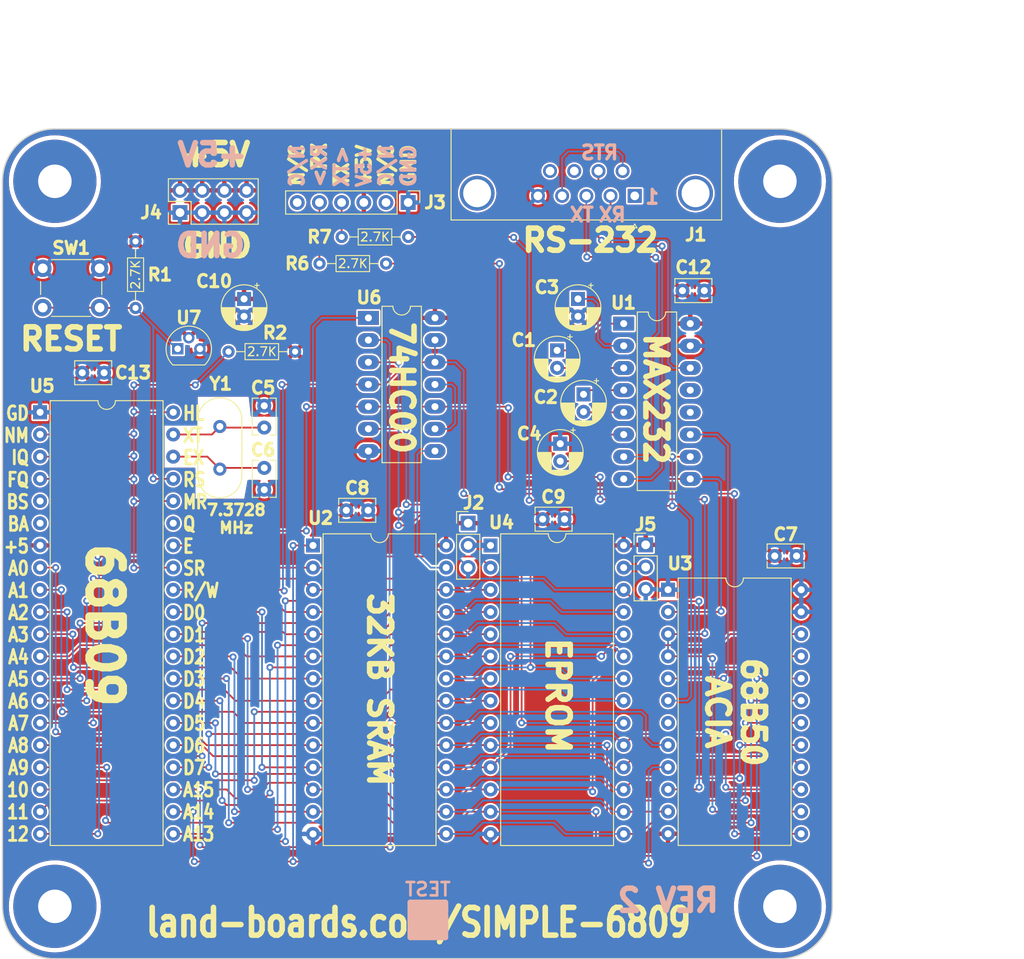
<source format=kicad_pcb>
(kicad_pcb (version 20221018) (generator pcbnew)
  (title_block (title "SIMPLE-6809") (date "2023-03-01") (rev "2") (company "land-boards.com"))
  (layers (0 "F.Cu" signal) (31 "B.Cu" signal) (34 "B.Paste" user) (35 "F.Paste" user) (36 "B.SilkS" user "B.Silkscreen") (37 "F.SilkS" user "F.Silkscreen") (38 "B.Mask" user) (39 "F.Mask" user) (44 "Edge.Cuts" user))
  (net 0 "")
  (net 1 "GND")
  (net 2 "/CPUA11")
  (net 3 "/CPUA12")
  (net 4 "/CPUA13")
  (net 5 "/CPUA14")
  (net 6 "/CPUA15")
  (net 7 "/CPUD4")
  (net 8 "/CPUD3")
  (net 9 "/CPUD5")
  (net 10 "/CPUD6")
  (net 11 "/CPUA0")
  (net 12 "/CPUA1")
  (net 13 "/CPUD2")
  (net 14 "/CPUA2")
  (net 15 "/CPUD7")
  (net 16 "/CPUA3")
  (net 17 "/CPUD0")
  (net 18 "/CPUA4")
  (net 19 "/CPUD1")
  (net 20 "/CPUA5")
  (net 21 "/CPUA6")
  (net 22 "/CPUA7")
  (net 23 "/CPUA8")
  (net 24 "/CPUA9")
  (net 25 "/CPUA10")
  (net 26 "VCC")
  (net 27 "/~{CPURESB}")
  (net 28 "Net-(U1-C1+)")
  (net 29 "Net-(U1-C1-)")
  (net 30 "Net-(U1-C2+)")
  (net 31 "Net-(U1-C2-)")
  (net 32 "Net-(U1-VS+)")
  (net 33 "Net-(U1-VS-)")
  (net 34 "Net-(U5-XTAL)")
  (net 35 "Net-(U5-EXTAL)")
  (net 36 "/CPUEN")
  (net 37 "/UART_RX")
  (net 38 "/UART_TX")
  (net 40 "Net-(J3-RX>)")
  (net 41 "/READ*")
  (net 42 "/WRITE*")
  (net 43 "/R1W0")
  (net 44 "/TOP16K*")
  (net 45 "Net-(J3-TX<)")
  (net 47 "Net-(U5-MRDY)")
  (net 48 "/UART_RTS")
  (net 49 "/W1R0")
  (net 51 "Net-(J1-Pad4)")
  (net 58 "/RS_RX")
  (net 59 "/RS_TX")
  (net 60 "/RS_RTS*")
  (net 61 "/EE_PIN27")
  (net 63 "/EE_PIN1")
  (footprint "Connector_Dsub:DSUB-9_Male_Horizontal_P2.77x2.84mm_EdgePinOffset4.94mm_Housed_MountingHolesOffset7.48mm" (layer "F.Cu") (at 161.181 52.016 180)
    (fp_text reference "J1")
    (fp_text value "DB9_Male")
  )
  (footprint "Package_DIP:DIP-16_W7.62mm_LongPads" (layer "F.Cu") (at 159.916 66.641)
    (fp_text reference "U1")
    (fp_text value "MAX232")
  )
  (footprint "Package_TO_SOT_THT:TO-92" (layer "F.Cu") (at 108.862 69.526)
    (fp_text reference "U7")
    (fp_text value "DS1813-5")
  )
  (footprint "Capacitor_THT:C_Rect_L4.0mm_W2.5mm_P2.50mm" (layer "F.Cu") (at 130.663 88.011 180)
    (fp_text reference "C8")
    (fp_text value "0.1uF")
  )
  (footprint "Resistor_THT:R_Axial_DIN0204_L3.6mm_D1.6mm_P7.62mm_Horizontal" (layer "F.Cu") (at 104.036 57.228 -90)
    (fp_text reference "R1")
    (fp_text value "2.7K")
  )
  (footprint "Capacitor_THT:C_Rect_L4.0mm_W2.5mm_P2.50mm" (layer "F.Cu") (at 100.437 72.263 180)
    (fp_text reference "C13")
    (fp_text value "0.1uF")
  )
  (footprint "LandBoards_MountHoles:MTG-6-32" (layer "F.Cu") (at 94.8 50.35)
    (fp_text reference "MTG1" hide)
    (fp_text value "MTG_HOLE" hide)
  )
  (footprint "Capacitor_THT:C_Rect_L4.0mm_W2.5mm_P2.50mm" (layer "F.Cu") (at 118.768 83.156 -90)
    (fp_text reference "C6")
    (fp_text value "8pF")
  )
  (footprint "Resistor_THT:R_Axial_DIN0204_L3.6mm_D1.6mm_P7.62mm_Horizontal" (layer "F.Cu") (at 122.301 69.85 180)
    (fp_text reference "R2")
    (fp_text value "2.7K")
  )
  (footprint "Package_DIP:DIP-40_W15.24mm" (layer "F.Cu") (at 93.109 76.791)
    (fp_text reference "U5")
    (fp_text value "MC68B09")
  )
  (footprint "Connector_PinHeader_2.54mm:PinHeader_2x04_P2.54mm_Vertical" (layer "F.Cu") (at 109.126 53.931 90)
    (fp_text reference "J4")
    (fp_text value "HEADER, STRT, 2X4")
  )
  (footprint "Capacitor_THT:C_Rect_L4.0mm_W2.5mm_P2.50mm" (layer "F.Cu") (at 153.142 89.027 180)
    (fp_text reference "C9")
    (fp_text value "0.1uF")
  )
  (footprint "Package_DIP:DIP-28_W15.24mm" (layer "F.Cu") (at 124.351 92.036)
    (fp_text reference "U2")
    (fp_text value "AS6C62256-55PCN")
  )
  (footprint "Capacitor_THT:CP_Radial_D5.0mm_P2.00mm" (layer "F.Cu") (at 152.296 69.706 -90)
    (fp_text reference "C1")
    (fp_text value "1uF")
  )
  (footprint "Capacitor_THT:C_Rect_L4.0mm_W2.5mm_P2.50mm" (layer "F.Cu") (at 118.768 78.544 90)
    (fp_text reference "C5")
    (fp_text value "8pF")
  )
  (footprint "Package_DIP:DIP-24_W15.24mm" (layer "F.Cu") (at 164.996 97.101)
    (fp_text reference "U3")
    (fp_text value "MC68B50")
  )
  (footprint "Capacitor_THT:CP_Radial_D5.0mm_P2.00mm" (layer "F.Cu") (at 155.321 74.736888 -90)
    (fp_text reference "C2")
    (fp_text value "1uF")
  )
  (footprint "Capacitor_THT:C_Rect_L4.0mm_W2.5mm_P2.50mm" (layer "F.Cu") (at 169.144 62.865 180)
    (fp_text reference "C12")
    (fp_text value "0.1uF")
  )
  (footprint "LandBoards_MountHoles:MTG-6-32" (layer "F.Cu") (at 94.8 133.35)
    (fp_text reference "MTG3" hide)
    (fp_text value "MTG_HOLE" hide)
  )
  (footprint "Connector_PinHeader_2.54mm:PinHeader_1x06_P2.54mm_Vertical" (layer "F.Cu") (at 135.246 52.776 -90)
    (fp_text reference "J3")
    (fp_text value "HEADER, STRT, 1X6")
  )
  (footprint "LandBoards_Marking:TEST_BLK-REAR" (layer "F.Cu") (at 137.5 134.9)
    (fp_text reference "TEST")
    (fp_text value "COUPON" hide)
  )
  (footprint "Package_DIP:DIP-28_W15.24mm" (layer "F.Cu") (at 144.671 92.036)
    (fp_text reference "U4")
    (fp_text value "27C512")
  )
  (footprint "Button_Switch_THT:SW_PUSH_6mm_H8.5mm" (layer "F.Cu") (at 93.42 60.312)
    (fp_text reference "SW1")
    (fp_text value "PUSHBUTTON, 6MM")
  )
  (footprint "Package_DIP:DIP-14_W7.62mm_LongPads" (layer "F.Cu") (at 130.691 65.986)
    (fp_text reference "U6")
    (fp_text value "74HC00")
  )
  (footprint "LandBoards_MountHoles:MTG-6-32" (layer "F.Cu") (at 177.8 50.35)
    (fp_text reference "MTG4" hide)
    (fp_text value "MTG_HOLE" hide)
  )
  (footprint "Resistor_THT:R_Axial_DIN0204_L3.6mm_D1.6mm_P7.62mm_Horizontal" (layer "F.Cu") (at 135.255 56.72 180)
    (fp_text reference "R7")
    (fp_text value "2.7K")
  )
  (footprint "Connector_PinHeader_2.54mm:PinHeader_1x03_P2.54mm_Vertical" (layer "F.Cu") (at 162.433 91.963)
    (fp_text reference "J5")
    (fp_text value "JUMPER, EEP (1X3)")
  )
  (footprint "LandBoards_MountHoles:MTG-6-32" (layer "F.Cu") (at 177.8 133.35)
    (fp_text reference "MTG2" hide)
    (fp_text value "MTG_HOLE" hide)
  )
  (footprint "Capacitor_THT:CP_Radial_D5.0mm_P2.00mm" (layer "F.Cu") (at 116.459 63.814888 -90)
    (fp_text reference "C10")
    (fp_text value "47uF")
  )
  (footprint "Capacitor_THT:CP_Radial_D5.0mm_P2.00mm" (layer "F.Cu") (at 152.654 80.391 -90)
    (fp_text reference "C4")
    (fp_text value "1uF")
  )
  (footprint "Connector_PinHeader_2.54mm:PinHeader_1x03_P2.54mm_Vertical" (layer "F.Cu") (at 142.113 89.486)
    (fp_text reference "J2")
    (fp_text value "JUMPER, EEP (1X3)")
  )
  (footprint "Resistor_THT:R_Axial_DIN0204_L3.6mm_D1.6mm_P7.62mm_Horizontal" (layer "F.Cu") (at 132.715 59.768 180)
    (fp_text reference "R6")
    (fp_text value "2.7K")
  )
  (footprint "Crystal:Crystal_HC49-4H_Vertical" (layer "F.Cu") (at 113.688 83.3 90)
    (fp_text reference "Y1")
    (fp_text value "7.3728 MHz")
  )
  (footprint "Capacitor_THT:C_Rect_L4.0mm_W2.5mm_P2.50mm" (layer "F.Cu") (at 179.705 93.236 180)
    (fp_text reference "C7")
    (fp_text value "0.1uF")
  )
  (footprint "Capacitor_THT:CP_Radial_D5.0mm_P2.00mm" (layer "F.Cu") (at 154.686 63.814888 -90)
    (fp_text reference "C3")
    (fp_text value "1uF")
  )
  (gr_line (start 183.8 133.35) (end 183.8 50.35) (stroke (width 0.15)) (layer "Edge.Cuts"))
  (gr_arc (start 183.8 133.35) (mid 182.042641 137.592641) (end 177.8 139.35) (stroke (width 0.15)) (layer "Edge.Cuts"))
  (gr_line (start 94.8 139.35) (end 177.8 139.35) (stroke (width 0.15)) (layer "Edge.Cuts"))
  (gr_arc (start 177.8 44.35) (mid 182.042641 46.107359) (end 183.8 50.35) (stroke (width 0.15)) (layer "Edge.Cuts"))
  (gr_arc (start 94.8 139.35) (mid 90.557359 137.592641) (end 88.8 133.35) (stroke (width 0.15)) (layer "Edge.Cuts"))
  (gr_arc (start 88.8 50.35) (mid 90.557359 46.107359) (end 94.8 44.35) (stroke (width 0.15)) (layer "Edge.Cuts"))
  (gr_line (start 88.8 50.35) (end 88.8 133.35) (stroke (width 0.15)) (layer "Edge.Cuts"))
  (gr_line (start 177.8 44.35) (end 94.8 44.35) (stroke (width 0.15)) (layer "Edge.Cuts"))
  (gr_text "RTS" (at 154.836 47.068) (layer "B.SilkS") (effects (font (size 1.5875 1.524) (thickness 0.381)) (justify right mirror)))
  (gr_text "+5V" (at 117.1 47.322) (layer "B.SilkS") (effects (font (size 2.54 2.54) (thickness 0.635)) (justify left mirror)))
  (gr_text "TX" (at 153.566 54.18) (layer "B.SilkS") (effects (font (size 1.5875 1.524) (thickness 0.381)) (justify right mirror)))
  (gr_text "REV 2" (at 158.9 132.666) (layer "B.SilkS") (effects (font (size 2.54 2.54) (thickness 0.635)) (justify right mirror)))
  (gr_text "N/C\nRX>\n<TX\n+5V\nN/C\nGND" (at 128.9 51.2 90) (layer "B.SilkS") (effects (font (size 1.5875 1.524) (thickness 0.381)) (justify right mirror)))
  (gr_text "RX" (at 156.868 54.18) (layer "B.SilkS") (effects (font (size 1.5875 1.524) (thickness 0.381)) (justify right mirror)))
  (gr_text "GND" (at 116.9 57.7) (layer "B.SilkS") (effects (font (size 2.54 2.54) (thickness 0.635)) (justify left mirror)))
  (gr_text "1" (at 162.202 52.148) (layer "B.SilkS") (effects (font (size 1.5875 1.524) (thickness 0.381)) (justify right mirror)))
  (gr_text "land-boards.com/SIMPLE-6809" (at 136.421 135.206) (layer "F.SilkS") (effects (font (size 3.175 2.54) (thickness 0.635))))
  (gr_text "32KB SRAM" (at 131.976 108.536 270) (layer "F.SilkS") (effects (font (size 2.54 2.54) (thickness 0.635))))
  (gr_text "7.3728\nMHz" (at 115.57 89) (layer "F.SilkS") (effects (font (size 1.27 1.27) (thickness 0.3175))))
  (gr_text "RS-232" (at 156.106 57.101) (layer "F.SilkS") (effects (font (size 2.54 2.54) (thickness 0.635))))
  (gr_text "GND" (at 109.116 57.736) (layer "F.SilkS") (effects (font (size 2.54 2.54) (thickness 0.635)) (justify left)))
  (gr_text "EPROM" (at 152.4 109.22 270) (layer "F.SilkS") (effects (font (size 2.54 2.54) (thickness 0.635))))
  (gr_text "MAX232" (at 163.599 75.262 270) (layer "F.SilkS") (effects (font (size 2.54 2.54) (thickness 0.635))))
  (gr_text "+5V" (at 108.9 47.3) (layer "F.SilkS") (effects (font (size 2.54 2.54) (thickness 0.635)) (justify left)))
  (gr_text "68B50\nACIA" (at 172.72 111.125 270) (layer "F.SilkS") (effects (font (size 2.54 2.54) (thickness 0.635))))
  (gr_text "HL\nXT\nEX\nRS\nMR\nQ\nE\nSR\nR/W\nD0\nD1\nD2\nD3\nD4\nD5\nD6\nD7\nA15\nA14\nA13" (at 109.3 101) (layer "F.SilkS") (effects (font (size 1.5748 1.27) (thickness 0.3175)) (justify left)))
  (gr_text "68B09" (at 100.48 101.17 270) (layer "F.SilkS") (effects (font (size 3.81 3.81) (thickness 0.9525))))
  (gr_text "N/C\n<RX\nTX>\n+5V\nN/C\nGND" (at 128.9 51.1 90) (layer "F.SilkS") (effects (font (size 1.5875 1.524) (thickness 0.381)) (justify left)))
  (gr_text "74HC00" (at 134.516 74 270) (layer "F.SilkS") (effects (font (size 2.54 2.54) (thickness 0.635))))
  (gr_text "RESET" (at 96.67 68.404) (layer "F.SilkS") (effects (font (size 2.54 2.54) (thickness 0.635))))
  (gr_text "GD\nNM\nIQ\nFQ\nBS\nBA\n+5\nA0\nA1\nA2\nA3\nA4\nA5\nA6\nA7\nA8\nA9\n10\n11\n12" (at 92 101) (layer "F.SilkS") (effects (font (size 1.5748 1.27) (thickness 0.3175)) (justify right)))
  (segment (start 142.113 94.566) (end 140.847 93.3) (width 0.2032) (layer "B.Cu") (net 1))
  (segment (start 114.45 119.966) (end 115.466 120.982) (width 0.2032) (layer "F.Cu") (net 2))
  (segment (start 112.164 121.236) (end 113.434 119.966) (width 0.2032) (layer "F.Cu") (net 2))
  (segment (start 94.384 121.236) (end 112.164 121.236) (width 0.2032) (layer "F.Cu") (net 2))
  (segment (start 93.109 122.511) (end 94.384 121.236) (width 0.2032) (layer "F.Cu") (net 2))
  (segment (start 133.49 104.736) (end 132.23 105.996) (width 0.2032) (layer "F.Cu") (net 2))
  (segment (start 113.434 119.966) (end 114.45 119.966) (width 0.2032) (layer "F.Cu") (net 2))
  (segment (start 132.23 105.996) (end 119.4215 105.996) (width 0.2032) (layer "F.Cu") (net 2))
  (segment (start 115.466 120.982) (end 118.805 120.982) (width 0.2032) (layer "F.Cu") (net 2))
  (segment (start 118.805 120.982) (end 119.4215 120.3655) (width 0.2032) (layer "F.Cu") (net 2))
  (segment (start 139.591 104.736) (end 133.49 104.736) (width 0.2032) (layer "F.Cu") (net 2))
  (via (at 119.4215 105.996) (size 0.8) (drill 0.4) (layers "F.Cu" "B.Cu") (net 2))
  (via (at 119.4215 120.3655) (size 0.8) (drill 0.4) (layers "F.Cu" "B.Cu") (net 2))
  (segment (start 143.334 103.456) (end 158.631 103.456) (width 0.2032) (layer "B.Cu") (net 2))
  (segment (start 158.631 103.456) (end 159.911 104.736) (width 0.2032) (layer "B.Cu") (net 2))
  (segment (start 119.4215 105.996) (end 119.4215 120.3655) (width 0.2032) (layer "B.Cu") (net 2))
  (segment (start 142.054 104.736) (end 143.334 103.456) (width 0.2032) (layer "B.Cu") (net 2))
  (segment (start 139.591 104.736) (end 142.054 104.736) (width 0.2032) (layer "B.Cu") (net 2))
  (segment (start 124.351 94.576) (end 111.92 94.576) (width 0.2032) (layer "F.Cu") (net 3))
  (segment (start 111.92 94.576) (end 110.64 93.296) (width 0.2032) (layer "F.Cu") (net 3))
  (segment (start 99.718 125.046) (end 99.713 125.051) (width 0.2032) (layer "F.Cu") (net 3))
  (segment (start 144.671 94.576) (end 143.391 93.296) (width 0.2032) (layer "F.Cu") (net 3))
  (segment (start 129.7 94.576) (end 124.351 94.576) (width 0.2032) (layer "F.Cu") (net 3))
  (segment (start 130.98 93.296) (end 129.7 94.576) (width 0.2032) (layer "F.Cu") (net 3))
  (segment (start 143.391 93.296) (end 130.98 93.296) (width 0.2032) (layer "F.Cu") (net 3))
  (segment (start 99.713 125.051) (end 93.109 125.051) (width 0.2032) (layer "F.Cu") (net 3))
  (segment (start 99.718 93.296) (end 110.64 93.296) (width 0.2032) (layer "F.Cu") (net 3))
  (via (at 99.718 125.046) (size 0.8) (drill 0.4) (layers "F.Cu" "B.Cu") (net 3))
  (via (at 99.718 93.296) (size 0.8) (drill 0.4) (layers "F.Cu" "B.Cu") (net 3))
  (segment (start 99.863511 124.900489) (end 99.718 125.046) (width 0.2032) (layer "B.Cu") (net 3))
  (segment (start 99.718 93.296) (end 99.863511 93.441511) (width 0.2032) (layer "B.Cu") (net 3))
  (segment (start 99.863511 93.441511) (end 99.863511 124.900489) (width 0.2032) (layer "B.Cu") (net 3))
  (segment (start 132.474 97.116) (end 131.214 98.376) (width 0.2032) (layer "F.Cu") (net 4))
  (segment (start 121.1995 125.9165) (end 120.4375 125.9165) (width 0.2032) (layer "F.Cu") (net 4))
  (segment (start 164.996 119.961) (end 168.303 119.961) (width 0.2032) (layer "F.Cu") (net 4))
  (segment (start 159.911 97.116) (end 161.22 98.425) (width 0.2032) (layer "F.Cu") (net 4))
  (segment (start 168.303 119.961) (end 168.552 119.712) (width 0.2032) (layer "F.Cu") (net 4))
  (segment (start 139.591 97.116) (end 132.474 97.116) (width 0.2032) (layer "F.Cu") (net 4))
  (segment (start 108.349 125.051) (end 119.572 125.051) (width 0.2032) (layer "F.Cu") (net 4))
  (segment (start 131.214 98.376) (end 121.181 98.376) (width 0.2032) (layer "F.Cu") (net 4))
  (segment (start 161.22 98.425) (end 168.529 98.425) (width 0.2032) (layer "F.Cu") (net 4))
  (segment (start 120.4375 125.9165) (end 119.572 125.051) (width 0.2032) (layer "F.Cu") (net 4))
  (via (at 121.181 98.376) (size 0.8) (drill 0.4) (layers "F.Cu" "B.Cu") (net 4))
  (via (at 168.529 98.425) (size 0.8) (drill 0.4) (layers "F.Cu" "B.Cu") (net 4))
  (via (at 121.1995 125.9165) (size 0.8) (drill 0.4) (layers "F.Cu" "B.Cu") (net 4))
  (via (at 168.552 119.712) (size 0.8) (drill 0.4) (layers "F.Cu" "B.Cu") (net 4))
  (segment (start 152.052 97.116) (end 150.772 95.836) (width 0.2032) (layer "B.Cu") (net 4))
  (segment (start 142.181 97.116) (end 139.591 97.116) (width 0.2032) (layer "B.Cu") (net 4))
  (segment (start 143.461 95.836) (end 142.181 97.116) (width 0.2032) (layer "B.Cu") (net 4))
  (segment (start 121.181 98.376) (end 121.181 125.9165) (width 0.2032) (layer "B.Cu") (net 4))
  (segment (start 159.911 97.116) (end 152.052 97.116) (width 0.2032) (layer "B.Cu") (net 4))
  (segment (start 150.772 95.836) (end 143.461 95.836) (width 0.2032) (layer "B.Cu") (net 4))
  (segment (start 168.529 102.062) (end 168.552 102.085) (width 0.2032) (layer "B.Cu") (net 4))
  (segment (start 168.552 119.712) (end 168.552 102.085) (width 0.2032) (layer "B.Cu") (net 4))
  (segment (start 168.529 98.425) (end 168.529 102.062) (width 0.2032) (layer "B.Cu") (net 4))
  (segment (start 110.635 122.511) (end 110.64 122.506) (width 0.2032) (layer "F.Cu") (net 5))
  (segment (start 122.07 92.036) (end 124.351 92.036) (width 0.2032) (layer "F.Cu") (net 5))
  (segment (start 162.607511 128.239511) (end 162.765 128.397) (width 0.2032) (layer "F.Cu") (net 5))
  (segment (start 110.767 128.221) (end 124.356 128.221) (width 0.2032) (layer "F.Cu") (net 5))
  (segment (start 124.356 128.221) (end 124.374511 128.239511) (width 0.2032) (layer "F.Cu") (net 5))
  (segment (start 108.349 122.511) (end 110.635 122.511) (width 0.2032) (layer "F.Cu") (net 5))
  (segment (start 124.374511 128.239511) (end 162.607511 128.239511) (width 0.2032) (layer "F.Cu") (net 5))
  (via (at 122.07 92.036) (size 0.8) (drill 0.4) (layers "F.Cu" "B.Cu") (net 5))
  (via (at 122.07 128.221) (size 0.8) (drill 0.4) (layers "F.Cu" "B.Cu") (net 5))
  (via (at 162.765 128.397) (size 0.8) (drill 0.4) (layers "F.Cu" "B.Cu") (net 5))
  (via (at 110.767 128.221) (size 0.8) (drill 0.4) (layers "F.Cu" "B.Cu") (net 5))
  (via (at 110.64 122.506) (size 0.8) (drill 0.4) (layers "F.Cu" "B.Cu") (net 5))
  (segment (start 122.07 92.0995) (end 122.07 128.2745) (width 0.2032) (layer "B.Cu") (net 5))
  (segment (start 162.765 117.905) (end 163.249 117.421) (width 0.2032) (layer "B.Cu") (net 5))
  (segment (start 125.367 65.986) (end 130.691 65.986) (width 0.2032) (layer "B.Cu") (net 5))
  (segment (start 164.996 117.421) (end 163.249 117.421) (width 0.2032) (layer "B.Cu") (net 5))
  (segment (start 110.64 122.506) (end 110.64 128.094) (width 0.2032) (layer "B.Cu") (net 5))
  (segment (start 124.351 92.036) (end 124.351 67.002) (width 0.2032) (layer "B.Cu") (net 5))
  (segment (start 110.64 128.094) (end 110.767 128.221) (width 0.2032) (layer "B.Cu") (net 5))
  (segment (start 124.351 67.002) (end 125.367 65.986) (width 0.2032) (layer "B.Cu") (net 5))
  (segment (start 162.765 128.397) (end 162.765 117.905) (width 0.2032) (layer "B.Cu") (net 5))
  (segment (start 111.397 119.971) (end 111.402 119.966) (width 0.2032) (layer "F.Cu") (net 6))
  (segment (start 111.656 126.57) (end 111.402 126.316) (width 0.2032) (layer "F.Cu") (net 6))
  (segment (start 108.349 119.971) (end 111.397 119.971) (width 0.2032) (layer "F.Cu") (net 6))
  (segment (start 133.223 112.356) (end 139.591 112.356) (width 0.2032) (layer "F.Cu") (net 6))
  (segment (start 133.174 126.57) (end 111.656 126.57) (width 0.2032) (layer "F.Cu") (net 6))
  (via (at 111.402 119.966) (size 0.8) (drill 0.4) (layers "F.Cu" "B.Cu") (net 6))
  (via (at 133.223 112.356) (size 0.8) (drill 0.4) (layers "F.Cu" "B.Cu") (net 6))
  (via (at 111.402 126.316) (size 0.8) (drill 0.4) (layers "F.Cu" "B.Cu") (net 6))
  (via (at 133.174 126.57) (size 0.8) (drill 0.4) (layers "F.Cu" "B.Cu") (net 6))
  (segment (start 111.402 126.316) (end 111.402 119.966) (width 0.2032) (layer "B.Cu") (net 6))
  (segment (start 132.733 68.526) (end 130.691 68.526) (width 0.2032) (layer "B.Cu") (net 6))
  (segment (start 133.223 112.356) (end 133.223 126.521) (width 0.2032) (layer "B.Cu") (net 6))
  (segment (start 163.213 114.881) (end 164.996 114.881) (width 0.2032) (layer "B.Cu") (net 6))
  (segment (start 139.591 112.356) (end 142.152 112.356) (width 0.2032) (layer "B.Cu") (net 6))
  (segment (start 133.119 112.252) (end 133.119 68.912) (width 0.2032) (layer "B.Cu") (net 6))
  (segment (start 133.119 112.252) (end 133.223 112.356) (width 0.2032) (layer "B.Cu") (net 6))
  (segment (start 162.456 111.584) (end 162.456 114.124) (width 0.2032) (layer "B.Cu") (net 6))
  (segment (start 133.119 68.912) (end 132.733 68.526) (width 0.2032) (layer "B.Cu") (net 6))
  (segment (start 133.223 126.521) (end 133.174 126.57) (width 0.2032) (layer "B.Cu") (net 6))
  (segment (start 142.152 112.356) (end 143.432 111.076) (width 0.2032) (layer "B.Cu") (net 6))
  (segment (start 162.456 114.124) (end 163.213 114.881) (width 0.2032) (layer "B.Cu") (net 6))
  (segment (start 143.432 111.076) (end 161.948 111.076) (width 0.2032) (layer "B.Cu") (net 6))
  (segment (start 161.948 111.076) (end 162.456 111.584) (width 0.2032) (layer "B.Cu") (net 6))
  (segment (start 114.45 121.744) (end 122.832 121.744) (width 0.2032) (layer "F.Cu") (net 7))
  (segment (start 161.176 122.516) (end 162.456 121.236) (width 0.2032) (layer "F.Cu") (net 7))
  (segment (start 123.34 121.236) (end 132.484 121.236) (width 0.2032) (layer "F.Cu") (net 7))
  (segment (start 122.832 121.744) (end 123.34 121.236) (width 0.2032) (layer "F.Cu") (net 7))
  (segment (start 113.683 109.811) (end 108.349 109.811) (width 0.2032) (layer "F.Cu") (net 7))
  (segment (start 113.942 121.236) (end 114.45 121.744) (width 0.2032) (layer "F.Cu") (net 7))
  (segment (start 133.764 122.516) (end 139.591 122.516) (width 0.2032) (layer "F.Cu") (net 7))
  (segment (start 173.854 112.341) (end 180.236 112.341) (width 0.2032) (layer "F.Cu") (net 7))
  (segment (start 159.911 122.516) (end 161.176 122.516) (width 0.2032) (layer "F.Cu") (net 7))
  (segment (start 162.456 121.236) (end 173.849 121.236) (width 0.2032) (layer "F.Cu") (net 7))
  (segment (start 132.484 121.236) (end 133.764 122.516) (width 0.2032) (layer "F.Cu") (net 7))
  (segment (start 173.849 112.346) (end 173.854 112.341) (width 0.2032) (layer "F.Cu") (net 7))
  (via (at 113.683 109.811) (size 0.8) (drill 0.4) (layers "F.Cu" "B.Cu") (net 7))
  (via (at 173.849 121.236) (size 0.8) (drill 0.4) (layers "F.Cu" "B.Cu") (net 7))
  (via (at 113.942 121.236) (size 0.8) (drill 0.4) (layers "F.Cu" "B.Cu") (net 7))
  (via (at 173.849 112.346) (size 0.8) (drill 0.4) (layers "F.Cu" "B.Cu") (net 7))
  (segment (start 143.813 121.236) (end 157.304 121.236) (width 0.2032) (layer "B.Cu") (net 7))
  (segment (start 142.533 122.516) (end 143.813 121.236) (width 0.2032) (layer "B.Cu") (net 7))
  (segment (start 173.849 121.236) (end 173.849 112.346) (width 0.2032) (layer "B.Cu") (net 7))
  (segment (start 113.683 109.811) (end 113.942 110.07) (width 0.2032) (layer "B.Cu") (net 7))
  (segment (start 159.911 122.516) (end 158.584 122.516) (width 0.2032) (layer "B.Cu") (net 7))
  (segment (start 139.591 122.516) (end 142.533 122.516) (width 0.2032) (layer "B.Cu") (net 7))
  (segment (start 113.942 110.07) (end 113.942 121.236) (width 0.2032) (layer "B.Cu") (net 7))
  (segment (start 158.584 122.516) (end 157.304 121.236) (width 0.2032) (layer "B.Cu") (net 7))
  (segment (start 174.5025 109.806) (end 174.5075 109.801) (width 0.2032) (layer "F.Cu") (net 8))
  (segment (start 114.445 107.271) (end 108.349 107.271) (width 0.2032) (layer "F.Cu") (net 8))
  (segment (start 174.5075 109.801) (end 180.236 109.801) (width 0.2032) (layer "F.Cu") (net 8))
  (segment (start 163.091 123.776) (end 174.5025 123.776) (width 0.2032) (layer "F.Cu") (net 8))
  (segment (start 127.922 125.056) (end 126.642 123.776) (width 0.2032) (layer "F.Cu") (net 8))
  (segment (start 139.591 125.056) (end 127.922 125.056) (width 0.2032) (layer "F.Cu") (net 8))
  (segment (start 161.811 125.056) (end 163.091 123.776) (width 0.2032) (layer "F.Cu") (net 8))
  (segment (start 159.911 125.056) (end 161.811 125.056) (width 0.2032) (layer "F.Cu") (net 8))
  (segment (start 114.704 123.776) (end 126.642 123.776) (width 0.2032) (layer "F.Cu") (net 8))
  (via (at 114.704 123.776) (size 0.8) (drill 0.4) (layers "F.Cu" "B.Cu") (net 8))
  (via (at 174.5025 123.776) (size 0.8) (drill 0.4) (layers "F.Cu" "B.Cu") (net 8))
  (via (at 114.445 107.271) (size 0.8) (drill 0.4) (layers "F.Cu" "B.Cu") (net 8))
  (via (at 174.5025 109.806) (size 0.8) (drill 0.4) (layers "F.Cu" "B.Cu") (net 8))
  (segment (start 143.813 123.776) (end 151.97 123.776) (width 0.2032) (layer "B.Cu") (net 8))
  (segment (start 139.591 125.056) (end 142.533 125.056) (width 0.2032) (layer "B.Cu") (net 8))
  (segment (start 174.5025 123.776) (end 174.5025 109.806) (width 0.2032) (layer "B.Cu") (net 8))
  (segment (start 153.25 125.056) (end 151.97 123.776) (width 0.2032) (layer "B.Cu") (net 8))
  (segment (start 159.911 125.056) (end 153.25 125.056) (width 0.2032) (layer "B.Cu") (net 8))
  (segment (start 114.704 107.53) (end 114.704 123.776) (width 0.2032) (layer "B.Cu") (net 8))
  (segment (start 142.533 125.056) (end 143.813 123.776) (width 0.2032) (layer "B.Cu") (net 8))
  (segment (start 114.445 107.271) (end 114.704 107.53) (width 0.2032) (layer "B.Cu") (net 8))
  (segment (start 173.2005 114.881) (end 180.236 114.881) (width 0.2032) (layer "F.Cu") (net 9))
  (segment (start 113.175 112.351) (end 108.349 112.351) (width 0.2032) (layer "F.Cu") (net 9))
  (segment (start 173.1955 114.886) (end 173.2005 114.881) (width 0.2032) (layer "F.Cu") (net 9))
  (segment (start 139.591 119.976) (end 134.272 119.976) (width 0.2032) (layer "F.Cu") (net 9))
  (segment (start 113.18 118.188) (end 122.832 118.188) (width 0.2032) (layer "F.Cu") (net 9))
  (segment (start 161.191 118.696) (end 173.1955 118.696) (width 0.2032) (layer "F.Cu") (net 9))
  (segment (start 161.186 118.701) (end 161.191 118.696) (width 0.2032) (layer "F.Cu") (net 9))
  (segment (start 159.911 119.976) (end 161.186 118.701) (width 0.2032) (layer "F.Cu") (net 9))
  (segment (start 122.832 118.188) (end 123.34 118.696) (width 0.2032) (layer "F.Cu") (net 9))
  (segment (start 132.992 118.696) (end 123.34 118.696) (width 0.2032) (layer "F.Cu") (net 9))
  (segment (start 134.272 119.976) (end 132.992 118.696) (width 0.2032) (layer "F.Cu") (net 9))
  (via (at 113.175 112.351) (size 0.8) (drill 0.4) (layers "F.Cu" "B.Cu") (net 9))
  (via (at 173.1955 114.886) (size 0.8) (drill 0.4) (layers "F.Cu" "B.Cu") (net 9))
  (via (at 173.1955 118.696) (size 0.8) (drill 0.4) (layers "F.Cu" "B.Cu") (net 9))
  (via (at 113.18 118.188) (size 0.8) (drill 0.4) (layers "F.Cu" "B.Cu") (net 9))
  (segment (start 158.682 119.976) (end 157.402 118.696) (width 0.2032) (layer "B.Cu") (net 9))
  (segment (start 139.591 119.976) (end 142.308 119.976) (width 0.2032) (layer "B.Cu") (net 9))
  (segment (start 173.1955 118.696) (end 173.1955 114.886) (width 0.2032) (layer "B.Cu") (net 9))
  (segment (start 143.588 118.696) (end 157.402 118.696) (width 0.2032) (layer "B.Cu") (net 9))
  (segment (start 159.911 119.976) (end 158.682 119.976) (width 0.2032) (layer "B.Cu") (net 9))
  (segment (start 142.308 119.976) (end 143.588 118.696) (width 0.2032) (layer "B.Cu") (net 9))
  (segment (start 113.175 112.351) (end 113.18 112.356) (width 0.2032) (layer "B.Cu") (net 9))
  (segment (start 113.18 112.356) (end 113.18 118.188) (width 0.2032) (layer "B.Cu") (net 9))
  (segment (start 112.926 116.156) (end 111.661 114.891) (width 0.2032) (layer "F.Cu") (net 10))
  (segment (start 178.971 116.156) (end 180.236 117.421) (width 0.2032) (layer "F.Cu") (net 10))
  (segment (start 133.51 117.436) (end 132.23 116.156) (width 0.2032) (layer "F.Cu") (net 10))
  (segment (start 139.591 117.436) (end 133.51 117.436) (width 0.2032) (layer "F.Cu") (net 10))
  (segment (start 111.661 114.891) (end 108.349 114.891) (width 0.2032) (layer "F.Cu") (net 10))
  (segment (start 161.191 116.156) (end 178.971 116.156) (width 0.2032) (layer "F.Cu") (net 10))
  (segment (start 159.911 117.436) (end 161.191 116.156) (width 0.2032) (layer "F.Cu") (net 10))
  (segment (start 132.23 116.156) (end 112.926 116.156) (width 0.2032) (layer "F.Cu") (net 10))
  (segment (start 142.308 117.436) (end 143.588 116.156) (width 0.2032) (layer "B.Cu") (net 10))
  (segment (start 158.711 117.436) (end 157.431 116.156) (width 0.2032) (layer "B.Cu") (net 10))
  (segment (start 143.588 116.156) (end 157.431 116.156) (width 0.2032) (layer "B.Cu") (net 10))
  (segment (start 139.591 117.436) (end 142.308 117.436) (width 0.2032) (layer "B.Cu") (net 10))
  (segment (start 159.911 117.436) (end 158.711 117.436) (width 0.2032) (layer "B.Cu") (net 10))
  (segment (start 93.109 94.571) (end 94.887 94.571) (width 0.2032) (layer "F.Cu") (net 11))
  (segment (start 162.461 122.501) (end 161.186 123.776) (width 0.2032) (layer "F.Cu") (net 11))
  (segment (start 124.351 114.896) (end 131.966 114.896) (width 0.2032) (layer "F.Cu") (net 11))
  (segment (start 142.152 114.896) (end 140.892 116.156) (width 0.2032) (layer "F.Cu") (net 11))
  (segment (start 164.996 122.501) (end 162.461 122.501) (width 0.2032) (layer "F.Cu") (net 11))
  (segment (start 158.011 114.906) (end 158.001 114.896) (width 0.2032) (layer "F.Cu") (net 11))
  (segment (start 159.082 123.776) (end 158.011 122.705) (width 0.2032) (layer "F.Cu") (net 11))
  (segment (start 94.887 94.571) (end 94.892 94.566) (width 0.2032) (layer "F.Cu") (net 11))
  (segment (start 95.146 113.616) (end 110.894 113.616) (width 0.2032) (layer "F.Cu") (net 11))
  (segment (start 131.966 114.896) (end 133.226 116.156) (width 0.2032) (layer "F.Cu") (net 11))
  (segment (start 161.186 123.776) (end 159.082 123.776) (width 0.2032) (layer "F.Cu") (net 11))
  (segment (start 133.226 116.156) (end 140.892 116.156) (width 0.2032) (layer "F.Cu") (net 11))
  (segment (start 158.011 122.705) (end 158.011 114.906) (width 0.2032) (layer "F.Cu") (net 11))
  (segment (start 112.174 114.896) (end 124.351 114.896) (width 0.2032) (layer "F.Cu") (net 11))
  (segment (start 144.671 114.896) (end 142.152 114.896) (width 0.2032) (layer "F.Cu") (net 11))
  (segment (start 110.894 113.616) (end 112.174 114.896) (width 0.2032) (layer "F.Cu") (net 11))
  (segment (start 94.892 113.362) (end 95.146 113.616) (width 0.2032) (layer "F.Cu") (net 11))
  (via (at 158.001 114.896) (size 0.8) (drill 0.4) (layers "F.Cu" "B.Cu") (net 11))
  (via (at 94.892 113.362) (size 0.8) (drill 0.4) (layers "F.Cu" "B.Cu") (net 11))
  (via (at 94.892 94.566) (size 0.8) (drill 0.4) (layers "F.Cu" "B.Cu") (net 11))
  (segment (start 144.671 114.896) (end 158.001 114.896) (width 0.2032) (layer "B.Cu") (net 11))
  (segment (start 94.892 94.566) (end 94.892 113.362) (width 0.2032) (layer "B.Cu") (net 11))
  (segment (start 133.226 113.616) (end 131.966 112.356) (width 0.2032) (layer "F.Cu") (net 12))
  (segment (start 95.654 111.076) (end 115.212 111.076) (width 0.2032) (layer "F.Cu") (net 12))
  (segment (start 93.109 97.111) (end 95.5405 97.111) (width 0.2032) (layer "F.Cu") (net 12))
  (segment (start 124.351 112.356) (end 116.492 112.356) (width 0.2032) (layer "F.Cu") (net 12))
  (segment (start 116.492 112.356) (end 115.212 111.076) (width 0.2032) (layer "F.Cu") (net 12))
  (segment (start 131.966 112.356) (end 124.351 112.356) (width 0.2032) (layer "F.Cu") (net 12))
  (segment (start 140.765 113.616) (end 133.226 113.616) (width 0.2032) (layer "F.Cu") (net 12))
  (segment (start 95.5405 97.111) (end 95.5455 97.106) (width 0.2032) (layer "F.Cu") (net 12))
  (segment (start 144.671 112.356) (end 142.025 112.356) (width 0.2032) (layer "F.Cu") (net 12))
  (segment (start 142.025 112.356) (end 140.765 113.616) (width 0.2032) (layer "F.Cu") (net 12))
  (via (at 95.654 111.076) (size 0.8) (drill 0.4) (layers "F.Cu" "B.Cu") (net 12))
  (via (at 95.5455 97.106) (size 0.8) (drill 0.4) (layers "F.Cu" "B.Cu") (net 12))
  (segment (start 95.5455 97.106) (end 95.5455 110.9675) (width 0.2032) (layer "B.Cu") (net 12))
  (segment (start 95.5455 110.9675) (end 95.654 111.076) (width 0.2032) (layer "B.Cu") (net 12))
  (segment (start 124.351 122.516) (end 132.24 122.516) (width 0.2032) (layer "F.Cu") (net 13))
  (segment (start 115.2 104.8) (end 115.131 104.731) (width 0.2032) (layer "F.Cu") (net 13))
  (segment (start 115.3735 122.516) (end 115.3575 122.5) (width 0.2032) (layer "F.Cu") (net 13))
  (segment (start 175.161 107.261) (end 180.236 107.261) (width 0.2032) (layer "F.Cu") (net 13))
  (segment (start 175.137489 127.567489) (end 175.156 127.586) (width 0.2032) (layer "F.Cu") (net 13))
  (segment (start 132.24 122.516) (end 133.5 123.776) (width 0.2032) (layer "F.Cu") (net 13))
  (segment (start 175.156 107.266) (end 175.161 107.261) (width 0.2032) (layer "F.Cu") (net 13))
  (segment (start 156.741 122.506) (end 156.741 127.586) (width 0.2032) (layer "F.Cu") (net 13))
  (segment (start 133.5 123.776) (end 140.921 123.776) (width 0.2032) (layer "F.Cu") (net 13))
  (segment (start 142.181 122.516) (end 140.921 123.776) (width 0.2032) (layer "F.Cu") (net 13))
  (segment (start 124.351 122.516) (end 115.3735 122.516) (width 0.2032) (layer "F.Cu") (net 13))
  (segment (start 115.131 104.731) (end 108.349 104.731) (width 0.2032) (layer "F.Cu") (net 13))
  (segment (start 156.741 127.586) (end 156.759511 127.567489) (width 0.2032) (layer "F.Cu") (net 13))
  (segment (start 144.671 122.516) (end 142.181 122.516) (width 0.2032) (layer "F.Cu") (net 13))
  (segment (start 156.759511 127.567489) (end 175.137489 127.567489) (width 0.2032) (layer "F.Cu") (net 13))
  (via (at 115.2 104.8) (size 0.8) (drill 0.4) (layers "F.Cu" "B.Cu") (net 13))
  (via (at 175.156 107.266) (size 0.8) (drill 0.4) (layers "F.Cu" "B.Cu") (net 13))
  (via (at 175.156 127.586) (size 0.8) (drill 0.4) (layers "F.Cu" "B.Cu") (net 13))
  (via (at 156.741 122.506) (size 0.8) (drill 0.4) (layers "F.Cu" "B.Cu") (net 13))
  (via (at 115.3575 122.5) (size 0.8) (drill 0.4) (layers "F.Cu" "B.Cu") (net 13))
  (segment (start 115.3575 122.5) (end 115.3575 104.9575) (width 0.2032) (layer "B.Cu") (net 13))
  (segment (start 175.156 127.586) (end 175.156 107.266) (width 0.2032) (layer "B.Cu") (net 13))
  (segment (start 156.731 122.516) (end 156.741 122.506) (width 0.2032) (layer "B.Cu") (net 13))
  (segment (start 144.671 122.516) (end 156.731 122.516) (width 0.2032) (layer "B.Cu") (net 13))
  (segment (start 115.3575 104.9575) (end 115.2 104.8) (width 0.2032) (layer "B.Cu") (net 13))
  (segment (start 96.199 108.536) (end 114.196 108.536) (width 0.2032) (layer "F.Cu") (net 14))
  (segment (start 124.351 109.816) (end 131.966 109.816) (width 0.2032) (layer "F.Cu") (net 14))
  (segment (start 133.246 108.536) (end 140.667 108.536) (width 0.2032) (layer "F.Cu") (net 14))
  (segment (start 144.671 109.816) (end 141.947 109.816) (width 0.2032) (layer "F.Cu") (net 14))
  (segment (start 141.947 109.816) (end 140.667 108.536) (width 0.2032) (layer "F.Cu") (net 14))
  (segment (start 124.351 109.816) (end 115.476 109.816) (width 0.2032) (layer "F.Cu") (net 14))
  (segment (start 131.966 109.816) (end 133.246 108.536) (width 0.2032) (layer "F.Cu") (net 14))
  (segment (start 93.109 99.651) (end 96.194 99.651) (width 0.2032) (layer "F.Cu") (net 14))
  (segment (start 96.194 99.651) (end 96.199 99.646) (width 0.2032) (layer "F.Cu") (net 14))
  (segment (start 115.476 109.816) (end 114.196 108.536) (width 0.2032) (layer "F.Cu") (net 14))
  (via (at 96.199 108.536) (size 0.8) (drill 0.4) (layers "F.Cu" "B.Cu") (net 14))
  (via (at 96.199 99.646) (size 0.8) (drill 0.4) (layers "F.Cu" "B.Cu") (net 14))
  (segment (start 96.199 99.646) (end 96.199 108.536) (width 0.2032) (layer "B.Cu") (net 14))
  (segment (start 112.418 113.616) (end 131.976 113.616) (width 0.2032) (layer "F.Cu") (net 15))
  (segment (start 171.849 119.961) (end 171.6 119.712) (width 0.2032) (layer "F.Cu") (net 15))
  (segment (start 108.349 117.431) (end 112.413 117.431) (width 0.2032) (layer "F.Cu") (net 15))
  (segment (start 133.256 114.896) (end 139.591 114.896) (width 0.2032) (layer "F.Cu") (net 15))
  (segment (start 161.191 113.616) (end 159.911 114.896) (width 0.2032) (layer "F.Cu") (net 15))
  (segment (start 131.976 113.616) (end 133.256 114.896) (width 0.2032) (layer "F.Cu") (net 15))
  (segment (start 180.236 119.961) (end 171.849 119.961) (width 0.2032) (layer "F.Cu") (net 15))
  (segment (start 171.6 113.616) (end 161.191 113.616) (width 0.2032) (layer "F.Cu") (net 15))
  (via (at 171.6 113.616) (size 0.8) (drill 0.4) (layers "F.Cu" "B.Cu") (net 15))
  (via (at 171.6 119.712) (size 0.8) (drill 0.4) (layers "F.Cu" "B.Cu") (net 15))
  (via (at 112.413 117.431) (size 0.8) (drill 0.4) (layers "F.Cu" "B.Cu") (net 15))
  (via (at 112.418 113.616) (size 0.8) (drill 0.4) (layers "F.Cu" "B.Cu") (net 15))
  (segment (start 112.418 113.616) (end 112.418 117.426) (width 0.2032) (layer "B.Cu") (net 15))
  (segment (start 139.591 114.896) (end 142.279 114.896) (width 0.2032) (layer "B.Cu") (net 15))
  (segment (start 142.279 114.896) (end 143.559 113.616) (width 0.2032) (layer "B.Cu") (net 15))
  (segment (start 171.6 119.712) (end 171.6 113.616) (width 0.2032) (layer "B.Cu") (net 15))
  (segment (start 112.418 117.426) (end 112.413 117.431) (width 0.2032) (layer "B.Cu") (net 15))
  (segment (start 158.631 113.616) (end 159.911 114.896) (width 0.2032) (layer "B.Cu") (net 15))
  (segment (start 143.559 113.616) (end 158.631 113.616) (width 0.2032) (layer "B.Cu") (net 15))
  (segment (start 131.966 107.276) (end 133.246 105.996) (width 0.2032) (layer "F.Cu") (net 16))
  (segment (start 124.351 107.276) (end 116.238 107.276) (width 0.2032) (layer "F.Cu") (net 16))
  (segment (start 93.109 102.191) (end 96.8475 102.191) (width 0.2032) (layer "F.Cu") (net 16))
  (segment (start 96.924 105.996) (end 114.958 105.996) (width 0.2032) (layer "F.Cu") (net 16))
  (segment (start 133.246 105.996) (end 140.638 105.996) (width 0.2032) (layer "F.Cu") (net 16))
  (segment (start 96.8475 102.191) (end 96.8525 102.186) (width 0.2032) (layer "F.Cu") (net 16))
  (segment (start 116.238 107.276) (end 114.958 105.996) (width 0.2032) (layer "F.Cu") (net 16))
  (segment (start 124.351 107.276) (end 131.966 107.276) (width 0.2032) (layer "F.Cu") (net 16))
  (segment (start 141.918 107.276) (end 140.638 105.996) (width 0.2032) (layer "F.Cu") (net 16))
  (segment (start 144.671 107.276) (end 141.918 107.276) (width 0.2032) (layer "F.Cu") (net 16))
  (via (at 96.924 105.996) (size 0.8) (drill 0.4) (layers "F.Cu" "B.Cu") (net 16))
  (via (at 96.8525 102.186) (size 0.8) (drill 0.4) (layers "F.Cu" "B.Cu") (net 16))
  (segment (start 96.8525 102.186) (end 96.8525 105.9245) (width 0.2032) (layer "B.Cu") (net 16))
  (segment (start 96.8525 105.9245) (end 96.924 105.996) (width 0.2032) (layer "B.Cu") (net 16))
  (segment (start 133.002 117.436) (end 134.262 118.696) (width 0.2032) (layer "F.Cu") (net 17))
  (segment (start 142.054 117.436) (end 140.794 118.696) (width 0.2032) (layer "F.Cu") (net 17))
  (segment (start 116.477 99.651) (end 116.482 99.646) (width 0.2032) (layer "F.Cu") (net 17))
  (segment (start 180.236 102.181) (end 172.113 102.181) (width 0.2032) (layer "F.Cu") (net 17))
  (segment (start 144.671 117.436) (end 142.054 117.436) (width 0.2032) (layer "F.Cu") (net 17))
  (segment (start 108.349 99.651) (end 116.477 99.651) (width 0.2032) (layer "F.Cu") (net 17))
  (segment (start 146.962 115.145) (end 144.671 117.436) (width 0.2032) (layer "F.Cu") (net 17))
  (segment (start 116.482 99.646) (end 118.514 99.646) (width 0.2032) (layer "F.Cu") (net 17))
  (segment (start 172.113 102.181) (end 170.838 103.456) (width 0.2032) (layer "F.Cu") (net 17))
  (segment (start 146.962 104.726) (end 146.962 115.145) (width 0.2032) (layer "F.Cu") (net 17))
  (segment (start 118.504 117.436) (end 133.002 117.436) (width 0.2032) (layer "F.Cu") (net 17))
  (segment (start 158.646 103.456) (end 170.838 103.456) (width 0.2032) (layer "F.Cu") (net 17))
  (segment (start 158.646 103.456) (end 157.376 104.726) (width 0.2032) (layer "F.Cu") (net 17))
  (segment (start 134.262 118.696) (end 140.794 118.696) (width 0.2032) (layer "F.Cu") (net 17))
  (via (at 157.376 104.726) (size 0.8) (drill 0.4) (layers "F.Cu" "B.Cu") (net 17))
  (via (at 118.514 99.646) (size 0.8) (drill 0.4) (layers "F.Cu" "B.Cu") (net 17))
  (via (at 118.504 117.436) (size 0.8) (drill 0.4) (layers "F.Cu" "B.Cu") (net 17))
  (via (at 146.962 104.726) (size 0.8) (drill 0.4) (layers "F.Cu" "B.Cu") (net 17))
  (segment (start 157.376 104.726) (end 146.962 104.726) (width 0.2032) (layer "B.Cu") (net 17))
  (segment (start 118.514 99.646) (end 118.514 117.426) (width 0.2032) (layer "B.Cu") (net 17))
  (segment (start 118.514 117.426) (end 118.504 117.436) (width 0.2032) (layer "B.Cu") (net 17))
  (segment (start 116.746 104.736) (end 115.466 103.456) (width 0.2032) (layer "F.Cu") (net 18))
  (segment (start 133.246 103.456) (end 140.892 103.456) (width 0.2032) (layer "F.Cu") (net 18))
  (segment (start 96.411 104.731) (end 97.686 103.456) (width 0.2032) (layer "F.Cu") (net 18))
  (segment (start 124.351 104.736) (end 131.966 104.736) (width 0.2032) (layer "F.Cu") (net 18))
  (segment (start 93.109 104.731) (end 96.411 104.731) (width 0.2032) (layer "F.Cu") (net 18))
  (segment (start 142.172 104.736) (end 140.892 103.456) (width 0.2032) (layer "F.Cu") (net 18))
  (segment (start 144.671 104.736) (end 142.172 104.736) (width 0.2032) (layer "F.Cu") (net 18))
  (segment (start 97.686 103.456) (end 115.466 103.456) (width 0.2032) (layer "F.Cu") (net 18))
  (segment (start 131.966 104.736) (end 133.246 103.456) (width 0.2032) (layer "F.Cu") (net 18))
  (segment (start 124.351 104.736) (end 116.746 104.736) (width 0.2032) (layer "F.Cu") (net 18))
  (segment (start 132.494 119.976) (end 133.754 121.236) (width 0.2032) (layer "F.Cu") (net 19))
  (segment (start 142.054 119.976) (end 140.794 121.236) (width 0.2032) (layer "F.Cu") (net 19))
  (segment (start 180.236 104.721) (end 174.399 104.721) (width 0.2032) (layer "F.Cu") (net 19))
  (segment (start 157.884 105.996) (end 156.36 107.52) (width 0.2032) (layer "F.Cu") (net 19))
  (segment (start 110.376 102.694) (end 116.863 102.694) (width 0.2032) (layer "F.Cu") (net 19))
  (segment (start 174.399 104.721) (end 173.124 105.996) (width 0.2032) (layer "F.Cu") (net 19))
  (segment (start 144.671 119.976) (end 142.054 119.976) (width 0.2032) (layer "F.Cu") (net 19))
  (segment (start 173.124 105.996) (end 157.884 105.996) (width 0.2032) (layer "F.Cu") (net 19))
  (segment (start 118.514 119.966) (end 119.276 119.204) (width 0.2032) (layer "F.Cu") (net 19))
  (segment (start 123.579 119.204) (end 119.276 119.204) (width 0.2032) (layer "F.Cu") (net 19))
  (segment (start 108.349 102.191) (end 109.873 102.191) (width 0.2032) (layer "F.Cu") (net 19))
  (segment (start 116.863 119.966) (end 118.514 119.966) (width 0.2032) (layer "F.Cu") (net 19))
  (segment (start 156.36 107.52) (end 156.36 120.22) (width 0.2032) (layer "F.Cu") (net 19))
  (segment (start 124.351 119.976) (end 132.494 119.976) (width 0.2032) (layer "F.Cu") (net 19))
  (segment (start 133.754 121.236) (end 140.794 121.236) (width 0.2032) (layer "F.Cu") (net 19))
  (segment (start 110.376 102.694) (end 109.873 102.191) (width 0.2032) (layer "F.Cu") (net 19))
  (segment (start 124.351 119.976) (end 123.579 119.204) (width 0.2032) (layer "F.Cu") (net 19))
  (via (at 156.36 120.22) (size 0.8) (drill 0.4) (layers "F.Cu" "B.Cu") (net 19))
  (via (at 116.863 119.966) (size 0.8) (drill 0.4) (layers "F.Cu" "B.Cu") (net 19))
  (via (at 116.863 102.694) (size 0.8) (drill 0.4) (layers "F.Cu" "B.Cu") (net 19))
  (segment (start 156.116 119.976) (end 156.36 120.22) (width 0.2032) (layer "B.Cu") (net 19))
  (segment (start 144.671 119.976) (end 156.116 119.976) (width 0.2032) (layer "B.Cu") (net 19))
  (segment (start 116.863 102.694) (end 116.863 119.966) (width 0.2032) (layer "B.Cu") (net 19))
  (segment (start 142.201 102.196) (end 140.921 100.916) (width 0.2032) (layer "F.Cu") (net 20))
  (segment (start 133.246 100.916) (end 140.921 100.916) (width 0.2032) (layer "F.Cu") (net 20))
  (segment (start 97.686 100.916) (end 109.624 100.916) (width 0.2032) (layer "F.Cu") (net 20))
  (segment (start 131.966 102.196) (end 133.246 100.916) (width 0.2032) (layer "F.Cu") (net 20))
  (segment (start 93.109 107.271) (end 97.681 107.271) (width 0.2032) (layer "F.Cu") (net 20))
  (segment (start 97.681 107.271) (end 97.686 107.266) (width 0.2032) (layer "F.Cu") (net 20))
  (segment (start 109.624 100.916) (end 110.64 101.932) (width 0.2032) (layer "F.Cu") (net 20))
  (segment (start 124.351 102.196) (end 131.966 102.196) (width 0.2032) (layer "F.Cu") (net 20))
  (segment (start 110.64 101.932) (end 120.907 101.932) (width 0.2032) (layer "F.Cu") (net 20))
  (segment (start 120.907 101.932) (end 121.171 102.196) (width 0.2032) (layer "F.Cu") (net 20))
  (segment (start 144.671 102.196) (end 142.201 102.196) (width 0.2032) (layer "F.Cu") (net 20))
  (segment (start 121.171 102.196) (end 124.351 102.196) (width 0.2032) (layer "F.Cu") (net 20))
  (via (at 97.686 107.266) (size 0.8) (drill 0.4) (layers "F.Cu" "B.Cu") (net 20))
  (via (at 97.686 100.916) (size 0.8) (drill 0.4) (layers "F.Cu" "B.Cu") (net 20))
  (segment (start 97.686 107.266) (end 97.686 100.916) (width 0.2032) (layer "B.Cu") (net 20))
  (segment (start 98.448 98.376) (end 119.891 98.376) (width 0.2032) (layer "F.Cu") (net 21))
  (segment (start 144.671 99.656) (end 142.074 99.656) (width 0.2032) (layer "F.Cu") (net 21))
  (segment (start 93.109 109.811) (end 98.443 109.811) (width 0.2032) (layer "F.Cu") (net 21))
  (segment (start 133.246 98.376) (end 140.794 98.376) (width 0.2032) (layer "F.Cu") (net 21))
  (segment (start 142.074 99.656) (end 140.794 98.376) (width 0.2032) (layer "F.Cu") (net 21))
  (segment (start 119.891 98.376) (end 121.171 99.656) (width 0.2032) (layer "F.Cu") (net 21))
  (segment (start 124.351 99.656) (end 131.966 99.656) (width 0.2032) (layer "F.Cu") (net 21))
  (segment (start 98.443 109.811) (end 98.448 109.806) (width 0.2032) (layer "F.Cu") (net 21))
  (segment (start 121.171 99.656) (end 124.351 99.656) (width 0.2032) (layer "F.Cu") (net 21))
  (segment (start 131.966 99.656) (end 133.246 98.376) (width 0.2032) (layer "F.Cu") (net 21))
  (via (at 98.448 109.806) (size 0.8) (drill 0.4) (layers "F.Cu" "B.Cu") (net 21))
  (via (at 98.448 98.376) (size 0.8) (drill 0.4) (layers "F.Cu" "B.Cu") (net 21))
  (segment (start 98.448 109.806) (end 98.448 98.376) (width 0.2032) (layer "B.Cu") (net 21))
  (segment (start 123.071 95.836) (end 124.351 97.116) (width 0.2032) (layer "F.Cu") (net 22))
  (segment (start 140.638 95.836) (end 130.96 95.836) (width 0.2032) (layer "F.Cu") (net 22))
  (segment (start 144.671 97.116) (end 141.918 97.116) (width 0.2032) (layer "F.Cu") (net 22))
  (segment (start 99.205 112.351) (end 99.21 112.346) (width 0.2032) (layer "F.Cu") (net 22))
  (segment (start 129.68 97.116) (end 124.351 97.116) (width 0.2032) (layer "F.Cu") (net 22))
  (segment (start 99.21 95.836) (end 123.071 95.836) (width 0.2032) (layer "F.Cu") (net 22))
  (segment (start 141.918 97.116) (end 140.638 95.836) (width 0.2032) (layer "F.Cu") (net 22))
  (segment (start 93.109 112.351) (end 99.205 112.351) (width 0.2032) (layer "F.Cu") (net 22))
  (segment (start 130.96 95.836) (end 129.68 97.116) (width 0.2032) (layer "F.Cu") (net 22))
  (via (at 99.21 112.346) (size 0.8) (drill 0.4) (layers "F.Cu" "B.Cu") (net 22))
  (via (at 99.21 95.836) (size 0.8) (drill 0.4) (layers "F.Cu" "B.Cu") (net 22))
  (segment (start 99.21 112.346) (end 99.21 95.836) (width 0.2032) (layer "B.Cu") (net 22))
  (segment (start 111.656 100.916) (end 131.976 100.916) (width 0.2032) (layer "F.Cu") (net 23))
  (segment (start 105.311 114.891) (end 106.576 116.156) (width 0.2032) (layer "F.Cu") (net 23))
  (segment (start 131.976 100.916) (end 133.236 99.656) (width 0.2032) (layer "F.Cu") (net 23))
  (segment (start 111.656 116.156) (end 106.576 116.156) (width 0.2032) (layer "F.Cu") (net 23))
  (segment (start 139.591 99.656) (end 133.236 99.656) (width 0.2032) (layer "F.Cu") (net 23))
  (segment (start 93.109 114.891) (end 105.311 114.891) (width 0.2032) (layer "F.Cu") (net 23))
  (via (at 111.656 116.156) (size 0.8) (drill 0.4) (layers "F.Cu" "B.Cu") (net 23))
  (via (at 111.656 100.916) (size 0.8) (drill 0.4) (layers "F.Cu" "B.Cu") (net 23))
  (segment (start 152.814 99.656) (end 151.534 98.376) (width 0.2032) (layer "B.Cu") (net 23))
  (segment (start 111.656 116.156) (end 111.656 100.916) (width 0.2032) (layer "B.Cu") (net 23))
  (segment (start 159.911 99.656) (end 152.814 99.656) (width 0.2032) (layer "B.Cu") (net 23))
  (segment (start 141.673 99.656) (end 142.953 98.376) (width 0.2032) (layer "B.Cu") (net 23))
  (segment (start 139.591 99.656) (end 141.673 99.656) (width 0.2032) (layer "B.Cu") (net 23))
  (segment (start 142.953 98.376) (end 151.534 98.376) (width 0.2032) (layer "B.Cu") (net 23))
  (segment (start 139.591 102.196) (end 133.236 102.196) (width 0.2032) (layer "F.Cu") (net 24))
  (segment (start 100.861 123.776) (end 112.799 123.776) (width 0.2032) (layer "F.Cu") (net 24))
  (segment (start 113.561 124.538) (end 112.799 123.776) (width 0.2032) (layer "F.Cu") (net 24))
  (segment (start 93.109 117.431) (end 100.729 117.431) (width 0.2032) (layer "F.Cu") (net 24))
  (segment (start 133.236 102.196) (end 131.976 103.456) (width 0.2032) (layer "F.Cu") (net 24))
  (segment (start 100.607 123.522) (end 100.861 123.776) (width 0.2032) (layer "F.Cu") (net 24))
  (segment (start 120.292 124.538) (end 113.561 124.538) (width 0.2032) (layer "F.Cu") (net 24))
  (segment (start 100.729 117.431) (end 100.734 117.426) (width 0.2032) (layer "F.Cu") (net 24))
  (segment (start 120.292 103.456) (end 131.976 103.456) (width 0.2032) (layer "F.Cu") (net 24))
  (via (at 120.292 124.538) (size 0.8) (drill 0.4) (layers "F.Cu" "B.Cu") (net 24))
  (via (at 100.607 123.522) (size 0.8) (drill 0.4) (layers "F.Cu" "B.Cu") (net 24))
  (via (at 100.734 117.426) (size 0.8) (drill 0.4) (layers "F.Cu" "B.Cu") (net 24))
  (via (at 120.292 103.456) (size 0.8) (drill 0.4) (layers "F.Cu" "B.Cu") (net 24))
  (segment (start 120.292 103.456) (end 120.292 124.538) (width 0.2032) (layer "B.Cu") (net 24))
  (segment (start 143.178 100.916) (end 152.042 100.916) (width 0.2032) (layer "B.Cu") (net 24))
  (segment (start 159.911 102.196) (end 153.322 102.196) (width 0.2032) (layer "B.Cu") (net 24))
  (segment (start 100.734 117.426) (end 100.734 123.395) (width 0.2032) (layer "B.Cu") (net 24))
  (segment (start 139.591 102.196) (end 141.898 102.196) (width 0.2032) (layer "B.Cu") (net 24))
  (segment (start 153.322 102.196) (end 152.042 100.916) (width 0.2032) (layer "B.Cu") (net 24))
  (segment (start 100.734 123.395) (end 100.607 123.522) (width 0.2032) (layer "B.Cu") (net 24))
  (segment (start 141.898 102.196) (end 143.178 100.916) (width 0.2032) (layer "B.Cu") (net 24))
  (segment (start 94.821978 119.971) (end 95.875489 118.917489) (width 0.2032) (layer "F.Cu") (net 25))
  (segment (start 117.625 111.076) (end 132.484 111.076) (width 0.2032) (layer "F.Cu") (net 25))
  (segment (start 93.109 119.971) (end 94.821978 119.971) (width 0.2032) (layer "F.Cu") (net 25))
  (segment (start 95.875489 118.917489) (end 117.625 118.917489) (width 0.2032) (layer "F.Cu") (net 25))
  (segment (start 133.744 109.816) (end 132.484 111.076) (width 0.2032) (layer "F.Cu") (net 25))
  (segment (start 139.591 109.816) (end 133.744 109.816) (width 0.2032) (layer "F.Cu") (net 25))
  (via (at 117.625 111.076) (size 0.8) (drill 0.4) (layers "F.Cu" "B.Cu") (net 25))
  (via (at 117.625 118.917489) (size 0.8) (drill 0.4) (layers "F.Cu" "B.Cu") (net 25))
  (segment (start 159.911 109.816) (end 153.576 109.816) (width 0.2032) (layer "B.Cu") (net 25))
  (segment (start 139.591 109.816) (end 142.279 109.816) (width 0.2032) (layer "B.Cu") (net 25))
  (segment (start 143.559 108.536) (end 152.296 108.536) (width 0.2032) (layer "B.Cu") (net 25))
  (segment (start 153.576 109.816) (end 152.296 108.536) (width 0.2032) (layer "B.Cu") (net 25))
  (segment (start 117.625 118.917489) (end 117.625 111.0805) (width 0.2032) (layer "B.Cu") (net 25))
  (segment (start 142.279 109.816) (end 143.559 108.536) (width 0.2032) (layer "B.Cu") (net 25))
  (segment (start 93.42 64.812) (end 99.92 64.812) (width 0.2032) (layer "F.Cu") (net 27))
  (segment (start 104.036 64.848) (end 99.956 64.848) (width 0.2032) (layer "F.Cu") (net 27))
  (segment (start 108.349 84.411) (end 106.073 84.411) (width 0.2032) (layer "F.Cu") (net 27))
  (segment (start 106.073 84.411) (end 106.068 84.406) (width 0.2032) (layer "F.Cu") (net 27))
  (via (at 106.068 84.406) (size 0.8) (drill 0.4) (layers "F.Cu" "B.Cu") (net 27))
  (segment (start 104.036 64.848) (end 108.714 69.526) (width 0.2032) (layer "B.Cu") (net 27))
  (segment (start 106.068 84.406) (end 106.068 66.88) (width 0.2032) (layer "B.Cu") (net 27))
  (segment (start 157.376 66.626) (end 157.391 66.641) (width 0.2032) (layer "F.Cu") (net 28))
  (segment (start 152.296 69.706) (end 154.296 69.706) (width 0.2032) (layer "F.Cu") (net 28))
  (segment (start 157.391 66.641) (end 159.916 66.641) (width 0.2032) (layer "F.Cu") (net 28))
  (segment (start 154.296 69.706) (end 157.376 66.626) (width 0.2032) (layer "F.Cu") (net 28))
  (segment (start 159.916 71.721) (end 152.311 71.721) (width 0.2032) (layer "F.Cu") (net 29))
  (segment (start 159.916 74.261) (end 155.796888 74.261) (width 0.2032) (layer "F.Cu") (net 30))
  (segment (start 159.916 76.801) (end 155.385112 76.801) (width 0.2032) (layer "F.Cu") (net 31))
  (segment (start 156.972 68.453) (end 157.7 69.181) (width 0.2032) (layer "B.Cu") (net 32))
  (segment (start 156.403112 63.814888) (end 156.972 64.383776) (width 0.2032) (layer "B.Cu") (net 32))
  (segment (start 156.972 64.383776) (end 156.972 68.453) (width 0.2032) (layer "B.Cu") (net 32))
  (segment (start 157.7 69.181) (end 159.916 69.181) (width 0.2032) (layer "B.Cu") (net 32))
  (segment (start 154.686 63.814888) (end 156.403112 63.814888) (width 0.2032) (layer "B.Cu") (net 32))
  (segment (start 157.641 79.341) (end 159.916 79.341) (width 0.2032) (layer "F.Cu") (net 33))
  (segment (start 154.591 82.391) (end 157.641 79.341) (width 0.2032) (layer "F.Cu") (net 33))
  (segment (start 152.654 82.391) (end 154.591 82.391) (width 0.2032) (layer "F.Cu") (net 33))
  (segment (start 108.349 79.331) (end 112.777 79.331) (width 0.2032) (layer "F.Cu") (net 34))
  (segment (start 112.777 79.331) (end 113.688 78.42) (width 0.2032) (layer "F.Cu") (net 34))
  (segment (start 118.768 78.544) (end 113.812 78.544) (width 0.2032) (layer "F.Cu") (net 34))
  (segment (start 118.768 83.156) (end 113.832 83.156) (width 0.2032) (layer "F.Cu") (net 35))
  (segment (start 112.259 81.871) (end 113.688 83.3) (width 0.2032) (layer "F.Cu") (net 35))
  (segment (start 108.349 81.871) (end 112.259 81.871) (width 0.2032) (layer "F.Cu") (net 35))
  (segment (start 146.576 76.146) (end 146.708 76.278) (width 0.2032) (layer "F.Cu") (net 36))
  (segment (start 180.236 122.501) (end 170.325 122.501) (width 0.2032) (layer "F.Cu") (net 36))
  (segment (start 117.239 92.031) (end 118.895 90.375) (width 0.2032) (layer "F.Cu") (net 36))
  (segment (start 130.691 76.146) (end 123.599 76.146) (width 0.2032) (layer "F.Cu") (net 36))
  (segment (start 164.996 102.181) (end 169.1325 102.181) (width 0.2032) (layer "F.Cu") (net 36))
  (segment (start 169.817 104.721) (end 164.996 104.721) (width 0.2032) (layer "F.Cu") (net 36))
  (segment (start 118.895 90.375) (end 123.594 90.375) (width 0.2032) (layer "F.Cu") (net 36))
  (segment (start 170.076 104.98) (end 169.817 104.721) (width 0.2032) (layer "F.Cu") (net 36))
  (segment (start 146.685 84.201) (end 157.226 84.201) (width 0.2032) (layer "F.Cu") (net 36))
  (segment (start 138.311 76.146) (end 146.576 76.146) (width 0.2032) (layer "F.Cu") (net 36))
  (segment (start 169.164 86.7595) (end 157.226 86.7595) (width 0.2032) (layer "F.Cu") (net 36))
  (segment (start 108.349 92.031) (end 117.239 92.031) (width 0.2032) (layer "F.Cu") (net 36))
  (segment (start 169.1325 102.181) (end 169.2055 102.108) (width 0.2032) (layer "F.Cu") (net 36))
  (segment (start 170.325 122.501) (end 170.076 122.252) (width 0.2032) (layer "F.Cu") (net 36))
  (segment (start 130.691 76.146) (end 138.311 76.146) (width 0.2032) (layer "F.Cu") (net 36))
  (via (at 123.599 76.146) (size 0.8) (drill 0.4) (layers "F.Cu" "B.Cu") (net 36))
  (via (at 157.226 86.7595) (size 0.8) (drill 0.4) (layers "F.Cu" "B.Cu") (net 36))
  (via (at 157.226 84.201) (size 0.8) (drill 0.4) (layers "F.Cu" "B.Cu") (net 36))
  (via (at 170.076 122.252) (size 0.8) (drill 0.4) (layers "F.Cu" "B.Cu") (net 36))
  (via (at 169.164 86.7595) (size 0.8) (drill 0.4) (layers "F.Cu" "B.Cu") (net 36))
  (via (at 123.594 90.375) (size 0.8) (drill 0.4) (layers "F.Cu" "B.Cu") (net 36))
  (via (at 170.076 104.98) (size 0.8) (drill 0.4) (layers "F.Cu" "B.Cu") (net 36))
  (via (at 169.2055 102.108) (size 0.8) (drill 0.4) (layers "F.Cu" "B.Cu") (net 36))
  (via (at 146.708 76.278) (size 0.8) (drill 0.4) (layers "F.Cu" "B.Cu") (net 36))
  (via (at 146.685 84.201) (size 0.8) (drill 0.4) (layers "F.Cu" "B.Cu") (net 36))
  (segment (start 146.685 84.201) (end 146.685 76.301) (width 0.2032) (layer "B.Cu") (net 36))
  (segment (start 169.2055 86.801) (end 169.164 86.7595) (width 0.2032) (layer "B.Cu") (net 36))
  (segment (start 123.594 90.375) (end 123.594 76.151) (width 0.2032) (layer "B.Cu") (net 36))
  (segment (start 164.996 104.721) (end 164.996 102.181) (width 0.2032) (layer "B.Cu") (net 36))
  (segment (start 146.685 76.301) (end 146.708 76.278) (width 0.2032) (layer "B.Cu") (net 36))
  (segment (start 170.076 122.252) (end 170.076 104.98) (width 0.2032) (layer "B.Cu") (net 36))
  (segment (start 123.594 76.151) (end 123.599 76.146) (width 0.2032) (layer "B.Cu") (net 36))
  (segment (start 169.2055 102.108) (end 169.2055 86.801) (width 0.2032) (layer "B.Cu") (net 36))
  (segment (start 157.226 84.201) (end 157.226 86.7595) (width 0.2032) (layer "B.Cu") (net 36))
  (segment (start 170.996 99.641) (end 171.069 99.568) (width 0.2032) (layer "F.Cu") (net 37))
  (segment (start 132.715 59.768) (end 145.692 59.768) (width 0.2032) (layer "F.Cu") (net 37))
  (segment (start 164.626 84.421) (end 167.536 84.421) (width 0.2032) (layer "F.Cu") (net 37))
  (segment (start 163.449 85.598) (end 145.923 85.598) (width 0.2032) (layer "F.Cu") (net 37))
  (segment (start 145.923 85.598) (end 145.692 85.367) (width 0.2032) (layer "F.Cu") (net 37))
  (segment (start 164.996 99.641) (end 170.996 99.641) (width 0.2032) (layer "F.Cu") (net 37))
  (segment (start 164.626 84.421) (end 163.449 85.598) (width 0.2032) (layer "F.Cu") (net 37))
  (via (at 145.692 85.367) (size 0.8) (drill 0.4) (layers "F.Cu" "B.Cu") (net 37))
  (via (at 171.069 99.568) (size 0.8) (drill 0.4) (layers "F.Cu" "B.Cu") (net 37))
  (via (at 145.692 59.768) (size 0.8) (drill 0.4) (layers "F.Cu" "B.Cu") (net 37))
  (segment (start 171.069 99.568) (end 171.069 84.794) (width 0.2032) (layer "B.Cu") (net 37))
  (segment (start 171.069 84.794) (end 170.696 84.421) (width 0.2032) (layer "B.Cu") (net 37))
  (segment (start 145.692 85.367) (end 145.692 59.768) (width 0.2032) (layer "B.Cu") (net 37))
  (segment (start 167.536 84.421) (end 170.696 84.421) (width 0.2032) (layer "B.Cu") (net 37))
  (segment (start 147.271 56.72) (end 147.32 56.769) (width 0.2032) (layer "F.Cu") (net 38))
  (segment (start 149.098 86.868) (end 155.829 86.868) (width 0.2032) (layer "F.Cu") (net 38))
  (segment (start 155.829 86.868) (end 156.464 87.503) (width 0.2032) (layer "F.Cu") (net 38))
  (segment (start 135.255 56.72) (end 147.271 56.72) (width 0.2032) (layer "F.Cu") (net 38))
  (segment (start 167.536 81.881) (end 165.489 81.881) (width 0.2032) (layer "F.Cu") (net 38))
  (segment (start 165.481 87.503) (end 156.464 87.503) (width 0.2032) (layer "F.Cu") (net 38))
  (via (at 147.32 56.769) (size 0.8) (drill 0.4) (layers "F.Cu" "B.Cu") (net 38))
  (via (at 165.481 87.503) (size 0.8) (drill 0.4) (layers "F.Cu" "B.Cu") (net 38))
  (via (at 149.098 86.868) (size 0.8) (drill 0.4) (layers "F.Cu" "B.Cu") (net 38))
  (via (at 165.489 81.881) (size 0.8) (drill 0.4) (layers "F.Cu" "B.Cu") (net 38))
  (segment (start 164.996 109.801) (end 167.186 109.801) (width 0.2032) (layer "B.Cu") (net 38))
  (segment (start 165.481 81.889) (end 165.489 81.881) (width 0.2032) (layer "B.Cu") (net 38))
  (segment (start 166.116 87.503) (end 167.64 89.027) (width 0.2032) (layer "B.Cu") (net 38))
  (segment (start 165.481 87.503) (end 166.116 87.503) (width 0.2032) (layer "B.Cu") (net 38))
  (segment (start 167.186 109.801) (end 167.64 109.347) (width 0.2032) (layer "B.Cu") (net 38))
  (segment (start 149.098 86.868) (end 149.098 58.547) (width 0.2032) (layer "B.Cu") (net 38))
  (segment (start 167.64 109.347) (end 167.64 89.027) (width 0.2032) (layer "B.Cu") (net 38))
  (segment (start 149.098 58.547) (end 147.32 56.769) (width 0.2032) (layer "B.Cu") (net 38))
  (segment (start 165.481 87.503) (end 165.481 81.889) (width 0.2032) (layer "B.Cu") (net 38))
  (segment (start 127.626 52.776) (end 127.626 56.711) (width 0.2032) (layer "F.Cu") (net 40))
  (segment (start 141.39988 87.88688) (end 147.83088 87.88688) (width 0.2032) (layer "F.Cu") (net 41))
  (segment (start 140.866 87.353) (end 141.39988 87.88688) (width 0.2032) (layer "F.Cu") (net 41))
  (segment (start 149.248 89.304) (end 149.248 105.996) (width 0.2032) (layer "F.Cu") (net 41))
  (segment (start 130.691 78.686) (end 134.892 78.686) (width 0.2032) (layer "F.Cu") (net 41))
  (segment (start 135.024 87.353) (end 140.866 87.353) (width 0.2032) (layer "F.Cu") (net 41))
  (segment (start 147.83088 87.88688) (end 149.248 89.304) (width 0.2032) (layer "F.Cu") (net 41))
  (segment (start 134.892 78.686) (end 135.024 78.818) (width 0.2032) (layer "F.Cu") (net 41))
  (via (at 135.024 78.818) (size 0.8) (drill 0.4) (layers "F.Cu" "B.Cu") (net 41))
  (via (at 135.024 87.353) (size 0.8) (drill 0.4) (layers "F.Cu" "B.Cu") (net 41))
  (via (at 149.248 105.996) (size 0.8) (drill 0.4) (layers "F.Cu" "B.Cu") (net 41))
  (segment (start 135.024 78.818) (end 135.024 87.353) (width 0.2032) (layer "B.Cu") (net 41))
  (segment (start 139.591 107.276) (end 142.634 107.276) (width 0.2032) (layer "B.Cu") (net 41))
  (segment (start 143.914 105.996) (end 149.248 105.996) (width 0.2032) (layer "B.Cu") (net 41))
  (segment (start 142.634 107.276) (end 143.914 105.996) (width 0.2032) (layer "B.Cu") (net 41))
  (segment (start 149.248 105.996) (end 152.576 105.996) (width 0.2032) (layer "B.Cu") (net 41))
  (segment (start 153.856 107.276) (end 152.576 105.996) (width 0.2032) (layer "B.Cu") (net 41))
  (segment (start 159.911 107.276) (end 153.856 107.276) (width 0.2032) (layer "B.Cu") (net 41))
  (segment (start 136.294 81.612) (end 136.68 81.226) (width 0.2032) (layer "B.Cu") (net 42))
  (segment (start 136.294 93.042) (end 136.294 81.612) (width 0.2032) (layer "B.Cu") (net 42))
  (segment (start 136.68 81.226) (end 138.311 81.226) (width 0.2032) (layer "B.Cu") (net 42))
  (segment (start 137.828 94.576) (end 136.294 93.042) (width 0.2032) (layer "B.Cu") (net 42))
  (segment (start 139.591 94.576) (end 137.828 94.576) (width 0.2032) (layer "B.Cu") (net 42))
  (segment (start 141.859 86.36) (end 141.605 86.106) (width 0.2032) (layer "F.Cu") (net 43))
  (segment (start 135.156 71.066) (end 138.311 71.066) (width 0.2032) (layer "F.Cu") (net 43))
  (segment (start 147.193 86.36) (end 141.859 86.36) (width 0.2032) (layer "F.Cu") (net 43))
  (segment (start 147.447 86.106) (end 147.193 86.36) (width 0.2032) (layer "F.Cu") (net 43))
  (segment (start 120.932 97.111) (end 121.054 97.233) (width 0.2032) (layer "F.Cu") (net 43))
  (segment (start 120.8 73.611) (end 120.805 73.606) (width 0.2032) (layer "F.Cu") (net 43))
  (segment (start 172.593 86.106) (end 147.447 86.106) (width 0.2032) (layer "F.Cu") (net 43))
  (segment (start 130.691 73.606) (end 132.616 73.606) (width 0.2032) (layer "F.Cu") (net 43))
  (segment (start 120.805 73.606) (end 130.691 73.606) (width 0.2032) (layer "F.Cu") (net 43))
  (segment (start 172.621 125.041) (end 180.236 125.041) (width 0.2032) (layer "F.Cu") (net 43))
  (segment (start 132.616 73.606) (end 135.156 71.066) (width 0.2032) (layer "F.Cu") (net 43))
  (segment (start 172.616 125.046) (end 172.621 125.041) (width 0.2032) (layer "F.Cu") (net 43))
  (segment (start 108.349 97.111) (end 120.932 97.111) (width 0.2032) (layer "F.Cu") (net 43))
  (via (at 172.593 86.106) (size 0.8) (drill 0.4) (layers "F.Cu" "B.Cu") (net 43))
  (via (at 121.054 97.233) (size 0.8) (drill 0.4) (layers "F.Cu" "B.Cu") (net 43))
  (via (at 141.605 86.106) (size 0.8) (drill 0.4) (layers "F.Cu" "B.Cu") (net 43))
  (via (at 120.8 73.611) (size 0.8) (drill 0.4) (layers "F.Cu" "B.Cu") (net 43))
  (via (at 172.616 125.046) (size 0.8) (drill 0.4) (layers "F.Cu" "B.Cu") (net 43))
  (segment (start 141.605 72.009) (end 141.605 86.106) (width 0.2032) (layer "B.Cu") (net 43))
  (segment (start 172.593 86.106) (end 172.541989 86.157011) (width 0.2032) (layer "B.Cu") (net 43))
  (segment (start 121.054 97.233) (end 120.908489 97.087489) (width 0.2032) (layer "B.Cu") (net 43))
  (segment (start 120.908489 73.719489) (end 120.8 73.611) (width 0.2032) (layer "B.Cu") (net 43))
  (segment (start 140.662 71.066) (end 141.605 72.009) (width 0.2032) (layer "B.Cu") (net 43))
  (segment (start 138.311 68.526) (end 138.311 71.066) (width 0.2032) (layer "B.Cu") (net 43))
  (segment (start 138.311 71.066) (end 140.662 71.066) (width 0.2032) (layer "B.Cu") (net 43))
  (segment (start 172.541989 124.971989) (end 172.616 125.046) (width 0.2032) (layer "B.Cu") (net 43))
  (segment (start 120.908489 97.087489) (end 120.908489 73.719489) (width 0.2032) (layer "B.Cu") (net 43))
  (segment (start 172.541989 86.157011) (end 172.541989 124.971989) (width 0.2032) (layer "B.Cu") (net 43))
  (segment (start 134.135 71.071) (end 134.13 71.066) (width 0.2032) (layer "F.Cu") (net 44))
  (segment (start 135.431 89.74) (end 136.906 88.265) (width 0.2032) (layer "F.Cu") (net 44))
  (segment (start 134.135 89.74) (end 135.431 89.74) (width 0.2032) (layer "F.Cu") (net 44))
  (segment (start 147.551 88.242) (end 148.232 88.923) (width 0.2032) (layer "F.Cu") (net 44))
  (segment (start 148.232 88.923) (end 148.232 112.346) (width 0.2032) (layer "F.Cu") (net 44))
  (segment (start 134.13 71.066) (end 130.691 71.066) (width 0.2032) (layer "F.Cu") (net 44))
  (segment (start 134.135 88.242) (end 147.551 88.242) (width 0.2032) (layer "F.Cu") (net 44))
  (via (at 148.232 112.346) (size 0.8) (drill 0.4) (layers "F.Cu" "B.Cu") (net 44))
  (via (at 134.135 89.74) (size 0.8) (drill 0.4) (layers "F.Cu" "B.Cu") (net 44))
  (via (at 134.135 88.242) (size 0.8) (drill 0.4) (layers "F.Cu" "B.Cu") (net 44))
  (via (at 134.135 71.071) (size 0.8) (drill 0.4) (layers "F.Cu" "B.Cu") (net 44))
  (segment (start 148.242 112.356) (end 148.232 112.346) (width 0.2032) (layer "B.Cu") (net 44))
  (segment (start 134.135 89.74) (end 134.135 88.242) (width 0.2032) (layer "B.Cu") (net 44))
  (segment (start 134.135 88.242) (end 134.135 71.071) (width 0.2032) (layer "B.Cu") (net 44))
  (segment (start 159.911 112.356) (end 148.242 112.356) (width 0.2032) (layer "B.Cu") (net 44))
  (segment (start 125.086 52.776) (end 125.086 59.759) (width 0.2032) (layer "F.Cu") (net 45))
  (segment (start 103.925 76.791) (end 103.842 76.708) (width 0.2032) (layer "F.Cu") (net 47))
  (segment (start 103.759 79.331) (end 103.842 79.248) (width 0.2032) (layer "F.Cu") (net 47))
  (segment (start 108.349 86.951) (end 103.886 86.951) (width 0.2032) (layer "F.Cu") (net 47))
  (segment (start 108.349 94.571) (end 103.886 94.571) (width 0.2032) (layer "F.Cu") (net 47))
  (segment (start 103.759 81.871) (end 103.842 81.788) (width 0.2032) (layer "F.Cu") (net 47))
  (segment (start 110.871 73.66) (end 103.842 73.66) (width 0.2032) (layer "F.Cu") (net 47))
  (segment (start 103.886 94.571) (end 103.842 94.615) (width 0.2032) (layer "F.Cu") (net 47))
  (segment (start 103.886 86.951) (end 103.842 86.995) (width 0.2032) (layer "F.Cu") (net 47))
  (segment (start 93.109 81.871) (end 103.759 81.871) (width 0.2032) (layer "F.Cu") (net 47))
  (segment (start 93.109 79.331) (end 103.759 79.331) (width 0.2032) (layer "F.Cu") (net 47))
  (segment (start 103.798 84.411) (end 103.842 84.455) (width 0.2032) (layer "F.Cu") (net 47))
  (segment (start 93.109 84.411) (end 103.798 84.411) (width 0.2032) (layer "F.Cu") (net 47))
  (segment (start 108.349 76.791) (end 103.925 76.791) (width 0.2032) (layer "F.Cu") (net 47))
  (via (at 103.842 94.615) (size 0.8) (drill 0.4) (layers "F.Cu" "B.Cu") (net 47))
  (via (at 103.842 79.248) (size 0.8) (drill 0.4) (layers "F.Cu" "B.Cu") (net 47))
  (via (at 103.842 81.788) (size 0.8) (drill 0.4) (layers "F.Cu" "B.Cu") (net 47))
  (via (at 103.842 73.66) (size 0.8) (drill 0.4) (layers "F.Cu" "B.Cu") (net 47))
  (via (at 103.842 86.995) (size 0.8) (drill 0.4) (layers "F.Cu" "B.Cu") (net 47))
  (via (at 103.842 76.708) (size 0.8) (drill 0.4) (layers "F.Cu" "B.Cu") (net 47))
  (via (at 103.842 84.455) (size 0.8) (drill 0.4) (layers "F.Cu" "B.Cu") (net 47))
  (via (at 110.871 73.66) (size 0.8) (drill 0.4) (layers "F.Cu" "B.Cu") (net 47))
  (segment (start 103.842 76.708) (end 103.842 79.248) (width 0.2032) (layer "B.Cu") (net 47))
  (segment (start 114.681 69.85) (end 110.871 73.66) (width 0.2032) (layer "B.Cu") (net 47))
  (segment (start 103.842 86.995) (end 103.842 94.615) (width 0.2032) (layer "B.Cu") (net 47))
  (segment (start 103.842 79.248) (end 103.842 86.995) (width 0.2032) (layer "B.Cu") (net 47))
  (segment (start 103.842 73.66) (end 103.842 76.708) (width 0.2032) (layer "B.Cu") (net 47))
  (segment (start 171.341 107.261) (end 171.346 107.266) (width 0.2032) (layer "F.Cu") (net 48))
  (segment (start 164.996 107.261) (end 171.341 107.261) (width 0.2032) (layer "F.Cu") (net 48))
  (via (at 171.346 107.266) (size 0.8) (drill 0.4) (layers "F.Cu" "B.Cu") (net 48))
  (segment (start 170.599 79.341) (end 167.536 79.341) (width 0.2032) (layer "B.Cu") (net 48))
  (segment (start 171.346 107.266) (end 171.854 106.758) (width 0.2032) (layer "B.Cu") (net 48))
  (segment (start 171.854 106.758) (end 171.854 80.596) (width 0.2032) (layer "B.Cu") (net 48))
  (segment (start 171.854 80.596) (end 170.599 79.341) (width 0.2032) (layer "B.Cu") (net 48))
  (segment (start 140.612 73.992) (end 140.226 73.606) (width 0.2032) (layer "B.Cu") (net 49))
  (segment (start 140.226 73.606) (end 138.311 73.606) (width 0.2032) (layer "B.Cu") (net 49))
  (segment (start 139.982 78.686) (end 140.612 78.056) (width 0.2032) (layer "B.Cu") (net 49))
  (segment (start 140.612 78.056) (end 140.612 73.992) (width 0.2032) (layer "B.Cu") (net 49))
  (segment (start 138.311 78.686) (end 139.982 78.686) (width 0.2032) (layer "B.Cu") (net 49))
  (segment (start 152.871 47.636) (end 152.871 52.016) (width 0.2032) (layer "B.Cu") (net 51))
  (segment (start 159.796 47.456) (end 159.281 46.941) (width 0.2032) (layer "B.Cu") (net 51))
  (segment (start 159.281 46.941) (end 153.566 46.941) (width 0.2032) (layer "B.Cu") (net 51))
  (segment (start 159.796 49.176) (end 159.796 47.456) (width 0.2032) (layer "B.Cu") (net 51))
  (segment (start 153.566 46.941) (end 152.871 47.636) (width 0.2032) (layer "B.Cu") (net 51))
  (segment (start 158.411 52.016) (end 158.411 57.501) (width 0.2032) (layer "F.Cu") (net 58))
  (segment (start 158.411 57.501) (end 158.674365 57.764365) (width 0.2032) (layer "F.Cu") (net 58))
  (segment (start 158.674365 57.764365) (end 164.313309 57.764365) (width 0.2032) (layer "F.Cu") (net 58))
  (via (at 164.313309 57.764365) (size 0.8) (drill 0.4) (layers "F.Cu" "B.Cu") (net 58))
  (segment (start 164.313309 83.183691) (end 163.076 84.421) (width 0.2032) (layer "B.Cu") (net 58))
  (segment (start 164.313309 57.764365) (end 164.313309 83.183691) (width 0.2032) (layer "B.Cu") (net 58))
  (segment (start 163.076 84.421) (end 159.916 84.421) (width 0.2032) (layer "B.Cu") (net 58))
  (segment (start 155.702 59.006) (end 163.527 59.006) (width 0.2032) (layer "F.Cu") (net 59))
  (segment (start 163.527 59.006) (end 163.576 59.055) (width 0.2032) (layer "F.Cu") (net 59))
  (via (at 163.576 59.055) (size 0.8) (drill 0.4) (layers "F.Cu" "B.Cu") (net 59))
  (via (at 155.702 59.006) (size 0.8) (drill 0.4) (layers "F.Cu" "B.Cu") (net 59))
  (segment (start 163.091 81.231) (end 163.091 68.531) (width 0.2032) (layer "B.Cu") (net 59))
  (segment (start 163.958189 67.663811) (end 163.958189 59.437189) (width 0.2032) (layer "B.Cu") (net 59))
  (segment (start 163.091 68.531) (end 163.958189 67.663811) (width 0.2032) (layer "B.Cu") (net 59))
  (segment (start 162.441 81.881) (end 163.091 81.231) (width 0.2032) (layer "B.Cu") (net 59))
  (segment (start 155.641 52.016) (end 155.641 58.945) (width 0.2032) (layer "B.Cu") (net 59))
  (segment (start 163.958189 59.437189) (end 163.576 59.055) (width 0.2032) (layer "B.Cu") (net 59))
  (segment (start 159.916 81.881) (end 162.441 81.881) (width 0.2032) (layer "B.Cu") (net 59))
  (segment (start 155.641 58.945) (end 155.702 59.006) (width 0.2032) (layer "B.Cu") (net 59))
  (segment (start 157.026 49.176) (end 157.026 56.751) (width 0.2032) (layer "F.Cu") (net 60))
  (segment (start 157.026 56.751) (end 157.376 57.101) (width 0.2032) (layer "F.Cu") (net 60))
  (via (at 157.376 57.101) (size 0.8) (drill 0.4) (layers "F.Cu" "B.Cu") (net 60))
  (segment (start 164.996 71.143) (end 165.574 71.721) (width 0.2032) (layer "B.Cu") (net 60))
  (segment (start 164.996 57.3) (end 164.996 71.143) (width 0.2032) (layer "B.Cu") (net 60))
  (segment (start 165.574 71.721) (end 167.536 71.721) (width 0.2032) (layer "B.Cu") (net 60))
  (segment (start 164.797 57.101) (end 164.996 57.3) (width 0.2032) (layer "B.Cu") (net 60))
  (segment (start 157.376 57.101) (end 164.797 57.101) (width 0.2032) (layer "B.Cu") (net 60))
  (segment (start 159.911 94.576) (end 162.36 94.576) (width 0.635) (layer "B.Cu") (net 61))
  (segment (start 142.113 92.026) (end 144.661 92.026) (width 0.635) (layer "B.Cu") (net 63))
  (zone (net 26) (net_name "VCC") (layer "F.Cu") (connect_pads (clearance 0.2032)) (min_thickness 0.254) (fill yes (thermal_gap 0.508) (thermal_bridge_width 0.508))
    (polygon (pts (xy 183.804042 48.349996) (xy 183.800133 136.35) (xy 179.8 139.35) (xy 91.8 139.35) (xy 88.8 136.35) (xy 88.8 48.35) (xy 91.8 44.35) (xy 180.8 44.35)))
  )
  (zone (net 0) (net_name "") (layers "F&B.Cu") (connect_pads (clearance 0)) (min_thickness 0.254)
    (keepout (tracks allowed) (vias allowed) (pads allowed) (copperpour not_allowed) (footprints allowed))
    (fill (thermal_gap 0.508) (thermal_bridge_width 0.508))
    (polygon (pts (xy 120.292 77.294) (xy 120.292 84.533) (xy 116.863 84.533) (xy 116.482 86.692) (xy 110.894 86.692) (xy 110.894 83.136) (xy 107.338 83.136) (xy 107.338 78.31) (xy 111.148 78.31) (xy 111.148 75.008) (xy 116.99 75.008) (xy 117.244 77.294)))
  )
  (zone (net 1) (net_name "GND") (layer "B.Cu") (connect_pads (clearance 0.2032)) (min_thickness 0.254) (fill yes (thermal_gap 0.508) (thermal_bridge_width 0.508))
    (polygon (pts (xy 183.8 48.35) (xy 183.8 136.35) (xy 179.8 139.35) (xy 91.8 139.35) (xy 88.8 136.35) (xy 88.8 48.35) (xy 91.8 44.35) (xy 180.8 44.35)))
  )
)
</source>
